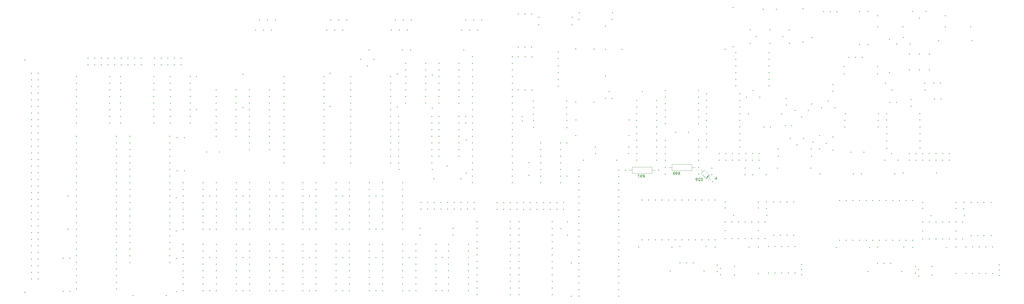
<source format=gbo>
%TF.GenerationSoftware,KiCad,Pcbnew,8.0.8+1*%
%TF.CreationDate,2025-02-09T17:16:15+01:00*%
%TF.ProjectId,Issue_5,49737375-655f-4352-9e6b-696361645f70,Issue 5*%
%TF.SameCoordinates,Original*%
%TF.FileFunction,Legend,Bot*%
%TF.FilePolarity,Positive*%
%FSLAX46Y46*%
G04 Gerber Fmt 4.6, Leading zero omitted, Abs format (unit mm)*
G04 Created by KiCad (PCBNEW 8.0.8+1) date 2025-02-09 17:16:15*
%MOMM*%
%LPD*%
G01*
G04 APERTURE LIST*
%ADD10C,0.150000*%
%ADD11C,0.120000*%
%ADD12C,0.350000*%
G04 APERTURE END LIST*
D10*
X284805285Y-159204819D02*
X284805285Y-158204819D01*
X284805285Y-158204819D02*
X284567190Y-158204819D01*
X284567190Y-158204819D02*
X284424333Y-158252438D01*
X284424333Y-158252438D02*
X284329095Y-158347676D01*
X284329095Y-158347676D02*
X284281476Y-158442914D01*
X284281476Y-158442914D02*
X284233857Y-158633390D01*
X284233857Y-158633390D02*
X284233857Y-158776247D01*
X284233857Y-158776247D02*
X284281476Y-158966723D01*
X284281476Y-158966723D02*
X284329095Y-159061961D01*
X284329095Y-159061961D02*
X284424333Y-159157200D01*
X284424333Y-159157200D02*
X284567190Y-159204819D01*
X284567190Y-159204819D02*
X284805285Y-159204819D01*
X283852904Y-158300057D02*
X283805285Y-158252438D01*
X283805285Y-158252438D02*
X283710047Y-158204819D01*
X283710047Y-158204819D02*
X283471952Y-158204819D01*
X283471952Y-158204819D02*
X283376714Y-158252438D01*
X283376714Y-158252438D02*
X283329095Y-158300057D01*
X283329095Y-158300057D02*
X283281476Y-158395295D01*
X283281476Y-158395295D02*
X283281476Y-158490533D01*
X283281476Y-158490533D02*
X283329095Y-158633390D01*
X283329095Y-158633390D02*
X283900523Y-159204819D01*
X283900523Y-159204819D02*
X283281476Y-159204819D01*
X282805285Y-159204819D02*
X282614809Y-159204819D01*
X282614809Y-159204819D02*
X282519571Y-159157200D01*
X282519571Y-159157200D02*
X282471952Y-159109580D01*
X282471952Y-159109580D02*
X282376714Y-158966723D01*
X282376714Y-158966723D02*
X282329095Y-158776247D01*
X282329095Y-158776247D02*
X282329095Y-158395295D01*
X282329095Y-158395295D02*
X282376714Y-158300057D01*
X282376714Y-158300057D02*
X282424333Y-158252438D01*
X282424333Y-158252438D02*
X282519571Y-158204819D01*
X282519571Y-158204819D02*
X282710047Y-158204819D01*
X282710047Y-158204819D02*
X282805285Y-158252438D01*
X282805285Y-158252438D02*
X282852904Y-158300057D01*
X282852904Y-158300057D02*
X282900523Y-158395295D01*
X282900523Y-158395295D02*
X282900523Y-158633390D01*
X282900523Y-158633390D02*
X282852904Y-158728628D01*
X282852904Y-158728628D02*
X282805285Y-158776247D01*
X282805285Y-158776247D02*
X282710047Y-158823866D01*
X282710047Y-158823866D02*
X282519571Y-158823866D01*
X282519571Y-158823866D02*
X282424333Y-158776247D01*
X282424333Y-158776247D02*
X282376714Y-158728628D01*
X282376714Y-158728628D02*
X282329095Y-158633390D01*
X289826179Y-158835516D02*
X290533285Y-158128409D01*
X289422117Y-158431455D02*
X290129224Y-158330439D01*
X290129224Y-157724348D02*
X290129224Y-158532470D01*
X262135857Y-157934819D02*
X262469190Y-157458628D01*
X262707285Y-157934819D02*
X262707285Y-156934819D01*
X262707285Y-156934819D02*
X262326333Y-156934819D01*
X262326333Y-156934819D02*
X262231095Y-156982438D01*
X262231095Y-156982438D02*
X262183476Y-157030057D01*
X262183476Y-157030057D02*
X262135857Y-157125295D01*
X262135857Y-157125295D02*
X262135857Y-157268152D01*
X262135857Y-157268152D02*
X262183476Y-157363390D01*
X262183476Y-157363390D02*
X262231095Y-157411009D01*
X262231095Y-157411009D02*
X262326333Y-157458628D01*
X262326333Y-157458628D02*
X262707285Y-157458628D01*
X261659666Y-157934819D02*
X261469190Y-157934819D01*
X261469190Y-157934819D02*
X261373952Y-157887200D01*
X261373952Y-157887200D02*
X261326333Y-157839580D01*
X261326333Y-157839580D02*
X261231095Y-157696723D01*
X261231095Y-157696723D02*
X261183476Y-157506247D01*
X261183476Y-157506247D02*
X261183476Y-157125295D01*
X261183476Y-157125295D02*
X261231095Y-157030057D01*
X261231095Y-157030057D02*
X261278714Y-156982438D01*
X261278714Y-156982438D02*
X261373952Y-156934819D01*
X261373952Y-156934819D02*
X261564428Y-156934819D01*
X261564428Y-156934819D02*
X261659666Y-156982438D01*
X261659666Y-156982438D02*
X261707285Y-157030057D01*
X261707285Y-157030057D02*
X261754904Y-157125295D01*
X261754904Y-157125295D02*
X261754904Y-157363390D01*
X261754904Y-157363390D02*
X261707285Y-157458628D01*
X261707285Y-157458628D02*
X261659666Y-157506247D01*
X261659666Y-157506247D02*
X261564428Y-157553866D01*
X261564428Y-157553866D02*
X261373952Y-157553866D01*
X261373952Y-157553866D02*
X261278714Y-157506247D01*
X261278714Y-157506247D02*
X261231095Y-157458628D01*
X261231095Y-157458628D02*
X261183476Y-157363390D01*
X260850142Y-156934819D02*
X260183476Y-156934819D01*
X260183476Y-156934819D02*
X260612047Y-157934819D01*
X275597857Y-156918819D02*
X275931190Y-156442628D01*
X276169285Y-156918819D02*
X276169285Y-155918819D01*
X276169285Y-155918819D02*
X275788333Y-155918819D01*
X275788333Y-155918819D02*
X275693095Y-155966438D01*
X275693095Y-155966438D02*
X275645476Y-156014057D01*
X275645476Y-156014057D02*
X275597857Y-156109295D01*
X275597857Y-156109295D02*
X275597857Y-156252152D01*
X275597857Y-156252152D02*
X275645476Y-156347390D01*
X275645476Y-156347390D02*
X275693095Y-156395009D01*
X275693095Y-156395009D02*
X275788333Y-156442628D01*
X275788333Y-156442628D02*
X276169285Y-156442628D01*
X275121666Y-156918819D02*
X274931190Y-156918819D01*
X274931190Y-156918819D02*
X274835952Y-156871200D01*
X274835952Y-156871200D02*
X274788333Y-156823580D01*
X274788333Y-156823580D02*
X274693095Y-156680723D01*
X274693095Y-156680723D02*
X274645476Y-156490247D01*
X274645476Y-156490247D02*
X274645476Y-156109295D01*
X274645476Y-156109295D02*
X274693095Y-156014057D01*
X274693095Y-156014057D02*
X274740714Y-155966438D01*
X274740714Y-155966438D02*
X274835952Y-155918819D01*
X274835952Y-155918819D02*
X275026428Y-155918819D01*
X275026428Y-155918819D02*
X275121666Y-155966438D01*
X275121666Y-155966438D02*
X275169285Y-156014057D01*
X275169285Y-156014057D02*
X275216904Y-156109295D01*
X275216904Y-156109295D02*
X275216904Y-156347390D01*
X275216904Y-156347390D02*
X275169285Y-156442628D01*
X275169285Y-156442628D02*
X275121666Y-156490247D01*
X275121666Y-156490247D02*
X275026428Y-156537866D01*
X275026428Y-156537866D02*
X274835952Y-156537866D01*
X274835952Y-156537866D02*
X274740714Y-156490247D01*
X274740714Y-156490247D02*
X274693095Y-156442628D01*
X274693095Y-156442628D02*
X274645476Y-156347390D01*
X274169285Y-156918819D02*
X273978809Y-156918819D01*
X273978809Y-156918819D02*
X273883571Y-156871200D01*
X273883571Y-156871200D02*
X273835952Y-156823580D01*
X273835952Y-156823580D02*
X273740714Y-156680723D01*
X273740714Y-156680723D02*
X273693095Y-156490247D01*
X273693095Y-156490247D02*
X273693095Y-156109295D01*
X273693095Y-156109295D02*
X273740714Y-156014057D01*
X273740714Y-156014057D02*
X273788333Y-155966438D01*
X273788333Y-155966438D02*
X273883571Y-155918819D01*
X273883571Y-155918819D02*
X274074047Y-155918819D01*
X274074047Y-155918819D02*
X274169285Y-155966438D01*
X274169285Y-155966438D02*
X274216904Y-156014057D01*
X274216904Y-156014057D02*
X274264523Y-156109295D01*
X274264523Y-156109295D02*
X274264523Y-156347390D01*
X274264523Y-156347390D02*
X274216904Y-156442628D01*
X274216904Y-156442628D02*
X274169285Y-156490247D01*
X274169285Y-156490247D02*
X274074047Y-156537866D01*
X274074047Y-156537866D02*
X273883571Y-156537866D01*
X273883571Y-156537866D02*
X273788333Y-156490247D01*
X273788333Y-156490247D02*
X273740714Y-156442628D01*
X273740714Y-156442628D02*
X273693095Y-156347390D01*
D11*
%TO.C,D29*%
X284220883Y-156362959D02*
X286540194Y-158682270D01*
X284871422Y-155712422D02*
X284037036Y-154878036D01*
X285521960Y-155061884D02*
X284220883Y-156362959D01*
X286048047Y-158190123D02*
X287349123Y-156889047D01*
X286132900Y-158274976D02*
X287433976Y-156973900D01*
X286217753Y-158359829D02*
X287518828Y-157058752D01*
X286540194Y-158682270D02*
X287841269Y-157381193D01*
X287190731Y-158031731D02*
X288025117Y-158866117D01*
X287841269Y-157381193D02*
X285521960Y-155061884D01*
%TO.C,R97*%
X257937000Y-154025600D02*
X257937000Y-156362400D01*
X257937000Y-155194000D02*
X256667000Y-155194000D01*
X257937000Y-156362400D02*
X265557000Y-156362400D01*
X265557000Y-154025600D02*
X257937000Y-154025600D01*
X265557000Y-155194000D02*
X266827000Y-155194000D01*
X265557000Y-156362400D02*
X265557000Y-154025600D01*
%TO.C,R99*%
X273165000Y-153006600D02*
X273165000Y-155343400D01*
X273165000Y-154175000D02*
X271895000Y-154175000D01*
X273165000Y-155343400D02*
X280785000Y-155343400D01*
X280785000Y-153006600D02*
X273165000Y-153006600D01*
X280785000Y-154175000D02*
X282055000Y-154175000D01*
X280785000Y-155343400D02*
X280785000Y-153006600D01*
%TD*%
D12*
X276225000Y-190683000D03*
X278765000Y-190683000D03*
X281305000Y-190683000D03*
X58420000Y-137160000D03*
X45720000Y-137160000D03*
X358902000Y-129286000D03*
X356402000Y-129286000D03*
X339217000Y-138684000D03*
X351917000Y-138684000D03*
X297585000Y-115310000D03*
X310285000Y-115310000D03*
X211455000Y-185039000D03*
X198755000Y-185039000D03*
X377571000Y-96092000D03*
X377571000Y-100283000D03*
X387223000Y-100283000D03*
X367825400Y-135991600D03*
X355125400Y-135991600D03*
X283337000Y-137414000D03*
X270637000Y-137414000D03*
X347980000Y-193929000D03*
X360934000Y-193929000D03*
X227457000Y-182499000D03*
X214757000Y-182499000D03*
X368935000Y-175006000D03*
X371475000Y-175006000D03*
X374015000Y-175006000D03*
X376555000Y-175006000D03*
X379095000Y-175006000D03*
X381635000Y-175006000D03*
X384175000Y-175006000D03*
X252095000Y-151384000D03*
X239395000Y-151384000D03*
X233045000Y-138938000D03*
X220345000Y-138938000D03*
X227457000Y-195199000D03*
X214757000Y-195199000D03*
X398145000Y-191453000D03*
X398145000Y-193453000D03*
X398145000Y-195453000D03*
X227457000Y-185039000D03*
X214757000Y-185039000D03*
X137287000Y-160020000D03*
X137287000Y-162560000D03*
X137287000Y-165100000D03*
X137287000Y-167640000D03*
X137287000Y-170180000D03*
X137287000Y-172720000D03*
X137287000Y-175260000D03*
X137287000Y-177800000D03*
X144907000Y-177800000D03*
X144907000Y-175260000D03*
X144907000Y-172720000D03*
X144907000Y-170180000D03*
X144907000Y-167640000D03*
X144907000Y-165100000D03*
X144907000Y-162560000D03*
X144907000Y-160020000D03*
X168783000Y-137160000D03*
X181483000Y-137160000D03*
X235077000Y-96647000D03*
X222377000Y-96647000D03*
X373166000Y-121793000D03*
X375666000Y-121793000D03*
X75311000Y-134620000D03*
X62611000Y-134620000D03*
X306197000Y-167386000D03*
X293497000Y-167386000D03*
X355168200Y-133553200D03*
X367868200Y-133553200D03*
X147447000Y-201295000D03*
X147447000Y-188595000D03*
X290449000Y-191516000D03*
X290449000Y-191516000D03*
X291719000Y-192786000D03*
X291719000Y-192786000D03*
X290449000Y-194056000D03*
X290449000Y-194056000D03*
X291719000Y-195199000D03*
X291719000Y-195199000D03*
X355219000Y-141224000D03*
X367919000Y-141224000D03*
X286385000Y-143764000D03*
X299085000Y-143764000D03*
X168783000Y-142240000D03*
X181483000Y-142240000D03*
X234950000Y-99568000D03*
X222250000Y-99568000D03*
X319659000Y-180086000D03*
X319659000Y-167386000D03*
X329565000Y-147066000D03*
X327025000Y-144526000D03*
X329565000Y-141986000D03*
X297585000Y-120390000D03*
X310285000Y-120390000D03*
X220218000Y-128651000D03*
X232918000Y-128651000D03*
X227457000Y-197739000D03*
X214757000Y-197739000D03*
X175387000Y-183515000D03*
X175387000Y-186055000D03*
X175387000Y-188595000D03*
X175387000Y-191135000D03*
X175387000Y-193675000D03*
X175387000Y-196215000D03*
X175387000Y-198755000D03*
X175387000Y-201295000D03*
X183007000Y-201295000D03*
X183007000Y-198755000D03*
X183007000Y-196215000D03*
X183007000Y-193675000D03*
X183007000Y-191135000D03*
X183007000Y-188595000D03*
X183007000Y-186055000D03*
X183007000Y-183515000D03*
X243967000Y-148844000D03*
X256667000Y-148844000D03*
X326136000Y-154432000D03*
X313436000Y-154432000D03*
X313817000Y-149860000D03*
X326517000Y-149860000D03*
X315087000Y-133705600D03*
X302387000Y-133705600D03*
X137287000Y-183515000D03*
X137287000Y-186055000D03*
X137287000Y-188595000D03*
X137287000Y-191135000D03*
X137287000Y-193675000D03*
X137287000Y-196215000D03*
X137287000Y-198755000D03*
X137287000Y-201295000D03*
X144907000Y-201295000D03*
X144907000Y-198755000D03*
X144907000Y-196215000D03*
X144907000Y-193675000D03*
X144907000Y-191135000D03*
X144907000Y-188595000D03*
X144907000Y-186055000D03*
X144907000Y-183515000D03*
X96647000Y-201295000D03*
X96647000Y-188595000D03*
X395097000Y-180213000D03*
X395097000Y-167513000D03*
X288417000Y-156972000D03*
X301117000Y-156972000D03*
X326567800Y-104444800D03*
X326567800Y-129844800D03*
X172847000Y-201295000D03*
X172847000Y-188595000D03*
X192913000Y-101600000D03*
X194437000Y-97790000D03*
X195961000Y-101600000D03*
X197485000Y-97790000D03*
X199009000Y-101600000D03*
X200533000Y-97790000D03*
X309245000Y-167335200D03*
X309245000Y-169875200D03*
X306197000Y-184650000D03*
X306197000Y-194810000D03*
X370205000Y-94488000D03*
X367665000Y-97028000D03*
X365125000Y-94488000D03*
X217043000Y-108077000D03*
X217043000Y-95377000D03*
X181610000Y-118745000D03*
X181610000Y-131445000D03*
X219583000Y-95377000D03*
X219583000Y-108077000D03*
X291211000Y-148844000D03*
X293751000Y-148844000D03*
X296291000Y-148844000D03*
X298831000Y-148844000D03*
X301371000Y-148844000D03*
X303911000Y-148844000D03*
X306451000Y-148844000D03*
X291211000Y-151384000D03*
X293751000Y-151384000D03*
X296291000Y-151384000D03*
X298831000Y-151384000D03*
X301371000Y-151384000D03*
X303911000Y-151384000D03*
X306451000Y-151384000D03*
X211455000Y-182499000D03*
X198755000Y-182499000D03*
X308269000Y-138684000D03*
X310769000Y-138684000D03*
X85725000Y-114845000D03*
X85725000Y-112305000D03*
X83185000Y-114845000D03*
X83185000Y-112305000D03*
X80645000Y-114845000D03*
X80645000Y-112305000D03*
X78105000Y-114845000D03*
X78105000Y-112305000D03*
X75565000Y-114845000D03*
X75565000Y-112305000D03*
X70485000Y-114845000D03*
X70485000Y-112305000D03*
X67945000Y-114845000D03*
X67945000Y-112305000D03*
X65405000Y-114845000D03*
X65405000Y-112305000D03*
X62865000Y-114845000D03*
X62865000Y-112305000D03*
X60325000Y-114845000D03*
X60325000Y-112305000D03*
X57785000Y-114845000D03*
X57785000Y-112305000D03*
X55245000Y-114845000D03*
X55245000Y-112305000D03*
X52705000Y-114845000D03*
X52705000Y-112305000D03*
X50165000Y-114845000D03*
X50165000Y-112305000D03*
X312039000Y-180086000D03*
X312039000Y-167386000D03*
X75184000Y-129540000D03*
X62484000Y-129540000D03*
X368935000Y-169799000D03*
X381635000Y-169799000D03*
X286385000Y-138684000D03*
X299085000Y-138684000D03*
X214757000Y-179959000D03*
X227457000Y-179959000D03*
X270637000Y-124714000D03*
X283337000Y-124714000D03*
X334645000Y-147574000D03*
X332105000Y-145034000D03*
X334645000Y-142494000D03*
X45720000Y-142240000D03*
X45720000Y-144780000D03*
X45720000Y-147320000D03*
X45720000Y-149860000D03*
X45720000Y-152400000D03*
X45720000Y-154940000D03*
X45720000Y-157480000D03*
X45720000Y-160020000D03*
X45720000Y-162560000D03*
X45720000Y-165100000D03*
X45720000Y-167640000D03*
X45720000Y-170180000D03*
X45720000Y-172720000D03*
X45720000Y-175260000D03*
X45720000Y-177800000D03*
X45720000Y-180340000D03*
X45720000Y-182880000D03*
X45720000Y-185420000D03*
X45720000Y-187960000D03*
X45720000Y-190500000D03*
X45720000Y-193040000D03*
X45720000Y-195580000D03*
X45720000Y-198120000D03*
X45720000Y-200660000D03*
X60960000Y-200660000D03*
X60960000Y-198120000D03*
X60960000Y-195580000D03*
X60960000Y-193040000D03*
X60960000Y-190500000D03*
X60960000Y-187960000D03*
X60960000Y-185420000D03*
X60960000Y-182880000D03*
X60960000Y-180340000D03*
X60960000Y-177800000D03*
X60960000Y-175260000D03*
X60960000Y-172720000D03*
X60960000Y-170180000D03*
X60960000Y-167640000D03*
X60960000Y-165100000D03*
X60960000Y-162560000D03*
X60960000Y-160020000D03*
X60960000Y-157480000D03*
X60960000Y-154940000D03*
X60960000Y-152400000D03*
X60960000Y-149860000D03*
X60960000Y-147320000D03*
X60960000Y-144780000D03*
X60960000Y-142240000D03*
X361467400Y-156311600D03*
X374167400Y-156311600D03*
X259715000Y-128524000D03*
X259715000Y-131064000D03*
X259715000Y-133604000D03*
X259715000Y-136144000D03*
X259715000Y-138684000D03*
X259715000Y-141224000D03*
X259715000Y-143764000D03*
X259715000Y-146304000D03*
X259715000Y-148844000D03*
X259715000Y-151384000D03*
X267335000Y-151384000D03*
X267335000Y-148844000D03*
X267335000Y-146304000D03*
X267335000Y-143764000D03*
X267335000Y-141224000D03*
X267335000Y-138684000D03*
X267335000Y-136144000D03*
X267335000Y-133604000D03*
X267335000Y-131064000D03*
X267335000Y-128524000D03*
X185420000Y-201295000D03*
X185420000Y-188595000D03*
X141351000Y-101600000D03*
X142875000Y-97790000D03*
X144399000Y-101600000D03*
X145923000Y-97790000D03*
X147447000Y-101600000D03*
X148971000Y-97790000D03*
X302641000Y-184658000D03*
X289687000Y-184658000D03*
X270637000Y-143764000D03*
X283337000Y-143764000D03*
X364490000Y-128207888D03*
X364490000Y-130707888D03*
X227457000Y-202819000D03*
X214757000Y-202819000D03*
X306197000Y-178308000D03*
X293497000Y-178308000D03*
X345567000Y-156591000D03*
X358267000Y-156591000D03*
X237744000Y-94996000D03*
X250444000Y-94996000D03*
X227457000Y-190119000D03*
X214757000Y-190119000D03*
X357149400Y-124561600D03*
X369849400Y-124561600D03*
X297585000Y-117850000D03*
X310285000Y-117850000D03*
X142621000Y-118110000D03*
X142621000Y-130810000D03*
X216027000Y-136398000D03*
X216027000Y-134698000D03*
X369697000Y-121920000D03*
X354697000Y-121920000D03*
X355219000Y-144018000D03*
X367919000Y-144018000D03*
X75184000Y-131953000D03*
X62484000Y-131953000D03*
X270637000Y-129674000D03*
X283337000Y-129674000D03*
X261874000Y-125095000D03*
X249174000Y-125095000D03*
X187325000Y-153543000D03*
X192532000Y-158496000D03*
X182245000Y-158496000D03*
X315087000Y-184404000D03*
X315087000Y-194564000D03*
X368935000Y-181483000D03*
X371475000Y-181483000D03*
X374015000Y-181483000D03*
X376555000Y-181483000D03*
X379095000Y-181483000D03*
X381635000Y-181483000D03*
X384175000Y-181483000D03*
X387731000Y-105664000D03*
X375031000Y-105664000D03*
X323215000Y-106045000D03*
X323215000Y-93472000D03*
X220218000Y-131191000D03*
X232918000Y-131191000D03*
X160147000Y-177800000D03*
X160147000Y-165100000D03*
X214503000Y-111760000D03*
X214503000Y-124460000D03*
X184150000Y-114300000D03*
X184150000Y-116840000D03*
X184150000Y-119380000D03*
X184150000Y-121920000D03*
X184150000Y-124460000D03*
X184150000Y-127000000D03*
X184150000Y-129540000D03*
X191770000Y-129540000D03*
X191770000Y-127000000D03*
X191770000Y-124460000D03*
X191770000Y-121920000D03*
X191770000Y-119380000D03*
X191770000Y-116840000D03*
X191770000Y-114300000D03*
X339217000Y-136144000D03*
X351917000Y-136144000D03*
X124968000Y-119380000D03*
X124968000Y-121920000D03*
X124968000Y-124460000D03*
X124968000Y-127000000D03*
X124968000Y-129540000D03*
X124968000Y-132080000D03*
X124968000Y-134620000D03*
X124968000Y-137160000D03*
X124968000Y-139700000D03*
X124968000Y-142240000D03*
X124968000Y-144780000D03*
X124968000Y-147320000D03*
X124968000Y-149860000D03*
X124968000Y-152400000D03*
X140208000Y-152400000D03*
X140208000Y-149860000D03*
X140208000Y-147320000D03*
X140208000Y-144780000D03*
X140208000Y-142240000D03*
X140208000Y-139700000D03*
X140208000Y-137160000D03*
X140208000Y-134620000D03*
X140208000Y-132080000D03*
X140208000Y-129540000D03*
X140208000Y-127000000D03*
X140208000Y-124460000D03*
X140208000Y-121920000D03*
X140208000Y-119380000D03*
X99187000Y-183515000D03*
X99187000Y-186055000D03*
X99187000Y-188595000D03*
X99187000Y-191135000D03*
X99187000Y-193675000D03*
X99187000Y-196215000D03*
X99187000Y-198755000D03*
X99187000Y-201295000D03*
X106807000Y-201295000D03*
X106807000Y-198755000D03*
X106807000Y-196215000D03*
X106807000Y-193675000D03*
X106807000Y-191135000D03*
X106807000Y-188595000D03*
X106807000Y-186055000D03*
X106807000Y-183515000D03*
X270637000Y-132214000D03*
X283337000Y-132214000D03*
X385445000Y-194691000D03*
X385445000Y-184531000D03*
X338963000Y-115570000D03*
X351663000Y-115570000D03*
X198755000Y-190119000D03*
X211455000Y-190119000D03*
X75311000Y-127000000D03*
X62611000Y-127000000D03*
X111887000Y-160020000D03*
X111887000Y-162560000D03*
X111887000Y-165100000D03*
X111887000Y-167640000D03*
X111887000Y-170180000D03*
X111887000Y-172720000D03*
X111887000Y-175260000D03*
X111887000Y-177800000D03*
X119507000Y-177800000D03*
X119507000Y-175260000D03*
X119507000Y-172720000D03*
X119507000Y-170180000D03*
X119507000Y-167640000D03*
X119507000Y-165100000D03*
X119507000Y-162560000D03*
X119507000Y-160020000D03*
X286385000Y-131064000D03*
X299085000Y-131064000D03*
X345821000Y-112014000D03*
X343281000Y-112014000D03*
X340741000Y-112014000D03*
X320167000Y-194564000D03*
X320167000Y-184404000D03*
X293497000Y-175006000D03*
X296037000Y-175006000D03*
X298577000Y-175006000D03*
X301117000Y-175006000D03*
X303657000Y-175006000D03*
X306197000Y-175006000D03*
X308737000Y-175006000D03*
X114173000Y-101600000D03*
X115697000Y-97790000D03*
X117221000Y-101600000D03*
X118745000Y-97790000D03*
X120269000Y-101600000D03*
X121793000Y-97790000D03*
X310261000Y-112770000D03*
X297561000Y-112770000D03*
X283337000Y-151384000D03*
X270637000Y-151384000D03*
X351703000Y-96092000D03*
X351703000Y-100283000D03*
X361355000Y-100283000D03*
X270637000Y-156718000D03*
X283337000Y-156718000D03*
X395605000Y-194691000D03*
X395605000Y-184531000D03*
X314579000Y-180086000D03*
X314579000Y-167386000D03*
X297053000Y-192024000D03*
X297053000Y-195326000D03*
X171450000Y-114300000D03*
X171450000Y-116840000D03*
X171450000Y-119380000D03*
X171450000Y-121920000D03*
X171450000Y-124460000D03*
X171450000Y-127000000D03*
X171450000Y-129540000D03*
X179070000Y-129540000D03*
X179070000Y-127000000D03*
X179070000Y-124460000D03*
X179070000Y-121920000D03*
X179070000Y-119380000D03*
X179070000Y-116840000D03*
X179070000Y-114300000D03*
X211455000Y-177419000D03*
X198755000Y-177419000D03*
X198755000Y-195199000D03*
X211455000Y-195199000D03*
X58420000Y-132080000D03*
X45720000Y-132080000D03*
X176911000Y-177419000D03*
X189611000Y-177419000D03*
X313715400Y-147015200D03*
X326415400Y-147015200D03*
X299085000Y-136144000D03*
X286385000Y-136144000D03*
X223012000Y-144780000D03*
X223012000Y-147320000D03*
X223012000Y-149860000D03*
X223012000Y-152400000D03*
X223012000Y-154940000D03*
X223012000Y-157480000D03*
X223012000Y-160020000D03*
X230632000Y-160020000D03*
X230632000Y-157480000D03*
X230632000Y-154940000D03*
X230632000Y-152400000D03*
X230632000Y-149860000D03*
X230632000Y-147320000D03*
X230632000Y-144780000D03*
X381635000Y-167513000D03*
X368935000Y-167513000D03*
X81534000Y-119380000D03*
X81534000Y-121920000D03*
X81534000Y-124460000D03*
X81534000Y-127000000D03*
X81534000Y-129540000D03*
X81534000Y-132080000D03*
X81534000Y-134620000D03*
X81534000Y-137160000D03*
X89154000Y-137160000D03*
X89154000Y-134620000D03*
X89154000Y-132080000D03*
X89154000Y-129540000D03*
X89154000Y-127000000D03*
X89154000Y-124460000D03*
X89154000Y-121920000D03*
X89154000Y-119380000D03*
X337185000Y-181991000D03*
X339725000Y-181991000D03*
X342265000Y-181991000D03*
X344805000Y-181991000D03*
X347345000Y-181991000D03*
X349885000Y-181991000D03*
X352425000Y-181991000D03*
X354965000Y-181991000D03*
X357505000Y-181991000D03*
X360045000Y-181991000D03*
X362585000Y-181991000D03*
X365125000Y-181991000D03*
X365125000Y-166751000D03*
X362585000Y-166751000D03*
X360045000Y-166751000D03*
X357505000Y-166751000D03*
X354965000Y-166751000D03*
X352425000Y-166751000D03*
X349885000Y-166751000D03*
X347345000Y-166751000D03*
X344805000Y-166751000D03*
X342265000Y-166751000D03*
X339725000Y-166751000D03*
X337185000Y-166751000D03*
X313055000Y-93585000D03*
X308055000Y-93585000D03*
X303102000Y-101459000D03*
X310595000Y-101459000D03*
X317961000Y-101459000D03*
X305388000Y-103999000D03*
X315548000Y-103999000D03*
X303055000Y-106666000D03*
X318055000Y-106666000D03*
X310555000Y-106666000D03*
X354457000Y-151384000D03*
X356997000Y-148844000D03*
X359537000Y-151384000D03*
X335915000Y-184785000D03*
X348615000Y-184785000D03*
X162687000Y-160020000D03*
X162687000Y-162560000D03*
X162687000Y-165100000D03*
X162687000Y-167640000D03*
X162687000Y-170180000D03*
X162687000Y-172720000D03*
X162687000Y-175260000D03*
X162687000Y-177800000D03*
X170307000Y-177800000D03*
X170307000Y-175260000D03*
X170307000Y-172720000D03*
X170307000Y-170180000D03*
X170307000Y-167640000D03*
X170307000Y-165100000D03*
X170307000Y-162560000D03*
X170307000Y-160020000D03*
X170180000Y-109220000D03*
X157480000Y-109220000D03*
X336169000Y-94570000D03*
X333629000Y-94570000D03*
X331089000Y-94570000D03*
X147447000Y-177800000D03*
X147447000Y-165100000D03*
X338963000Y-118364000D03*
X351663000Y-118364000D03*
X181483000Y-152400000D03*
X168783000Y-152400000D03*
X309372000Y-172466000D03*
X296672000Y-172466000D03*
X322707000Y-191262000D03*
X322707000Y-193262000D03*
X322707000Y-195262000D03*
X220218000Y-133731000D03*
X232918000Y-133731000D03*
X373420000Y-127889000D03*
X375920000Y-127889000D03*
X351663000Y-190810000D03*
X354203000Y-190810000D03*
X356743000Y-190810000D03*
X149987000Y-160020000D03*
X149987000Y-162560000D03*
X149987000Y-165100000D03*
X149987000Y-167640000D03*
X149987000Y-170180000D03*
X149987000Y-172720000D03*
X149987000Y-175260000D03*
X149987000Y-177800000D03*
X157607000Y-177800000D03*
X157607000Y-175260000D03*
X157607000Y-172720000D03*
X157607000Y-170180000D03*
X157607000Y-167640000D03*
X157607000Y-165100000D03*
X157607000Y-162560000D03*
X157607000Y-160020000D03*
X86487000Y-183515000D03*
X86487000Y-186055000D03*
X86487000Y-188595000D03*
X86487000Y-191135000D03*
X86487000Y-193675000D03*
X86487000Y-196215000D03*
X86487000Y-198755000D03*
X86487000Y-201295000D03*
X94107000Y-201295000D03*
X94107000Y-198755000D03*
X94107000Y-196215000D03*
X94107000Y-193675000D03*
X94107000Y-191135000D03*
X94107000Y-188595000D03*
X94107000Y-186055000D03*
X94107000Y-183515000D03*
X243459000Y-129159000D03*
X243459000Y-108839000D03*
X261747000Y-181864000D03*
X264287000Y-181864000D03*
X266827000Y-181864000D03*
X269367000Y-181864000D03*
X271907000Y-181864000D03*
X274447000Y-181864000D03*
X276987000Y-181864000D03*
X279527000Y-181864000D03*
X282067000Y-181864000D03*
X284607000Y-181864000D03*
X287147000Y-181864000D03*
X289687000Y-181864000D03*
X289687000Y-166624000D03*
X287147000Y-166624000D03*
X284607000Y-166624000D03*
X282067000Y-166624000D03*
X279527000Y-166624000D03*
X276987000Y-166624000D03*
X274447000Y-166624000D03*
X271907000Y-166624000D03*
X269367000Y-166624000D03*
X266827000Y-166624000D03*
X264287000Y-166624000D03*
X261747000Y-166624000D03*
X288417000Y-154432000D03*
X301117000Y-154432000D03*
X75311000Y-121920000D03*
X62611000Y-121920000D03*
X310007000Y-194564000D03*
X310007000Y-184404000D03*
X286385000Y-133604000D03*
X299085000Y-133604000D03*
X217144600Y-111810800D03*
X217144600Y-124510800D03*
X293497000Y-169672000D03*
X306197000Y-169672000D03*
X341503000Y-148336000D03*
X346503000Y-148336000D03*
X256717800Y-141986000D03*
X236397800Y-141986000D03*
X297585000Y-122930000D03*
X310285000Y-122930000D03*
X270637000Y-134874000D03*
X283337000Y-134874000D03*
X160147000Y-201295000D03*
X160147000Y-188595000D03*
X325247000Y-132334000D03*
X322707000Y-134874000D03*
X320167000Y-132334000D03*
X384683000Y-167487600D03*
X384683000Y-170027600D03*
X184150000Y-134620000D03*
X184150000Y-137160000D03*
X184150000Y-139700000D03*
X184150000Y-142240000D03*
X184150000Y-144780000D03*
X184150000Y-147320000D03*
X184150000Y-149860000D03*
X191770000Y-149860000D03*
X191770000Y-147320000D03*
X191770000Y-144780000D03*
X191770000Y-142240000D03*
X191770000Y-139700000D03*
X191770000Y-137160000D03*
X191770000Y-134620000D03*
X286385000Y-141224000D03*
X299085000Y-141224000D03*
X196977000Y-111760000D03*
X196977000Y-114300000D03*
X196977000Y-116840000D03*
X196977000Y-119380000D03*
X196977000Y-121920000D03*
X196977000Y-124460000D03*
X196977000Y-127000000D03*
X196977000Y-129540000D03*
X196977000Y-132080000D03*
X196977000Y-134620000D03*
X196977000Y-137160000D03*
X196977000Y-139700000D03*
X196977000Y-142240000D03*
X196977000Y-144780000D03*
X196977000Y-147320000D03*
X196977000Y-149860000D03*
X196977000Y-152400000D03*
X196977000Y-154940000D03*
X196977000Y-157480000D03*
X196977000Y-160020000D03*
X212217000Y-160020000D03*
X212217000Y-157480000D03*
X212217000Y-154940000D03*
X212217000Y-152400000D03*
X212217000Y-149860000D03*
X212217000Y-147320000D03*
X212217000Y-144780000D03*
X212217000Y-142240000D03*
X212217000Y-139700000D03*
X212217000Y-137160000D03*
X212217000Y-134620000D03*
X212217000Y-132080000D03*
X212217000Y-129540000D03*
X212217000Y-127000000D03*
X212217000Y-124460000D03*
X212217000Y-121920000D03*
X212217000Y-119380000D03*
X212217000Y-116840000D03*
X212217000Y-114300000D03*
X212217000Y-111760000D03*
X304070000Y-156925000D03*
X306610000Y-154385000D03*
X309150000Y-156925000D03*
X270637000Y-148844000D03*
X283337000Y-148844000D03*
X272479888Y-193802000D03*
X285433888Y-193802000D03*
X214757000Y-174879000D03*
X227457000Y-174879000D03*
X256667000Y-146304000D03*
X243967000Y-146304000D03*
X181610000Y-154940000D03*
X168910000Y-154940000D03*
X279527000Y-140716000D03*
X274647000Y-140716000D03*
X122047000Y-177800000D03*
X122047000Y-165100000D03*
X384810000Y-172593000D03*
X372110000Y-172593000D03*
X177292000Y-170120000D03*
X177292000Y-167580000D03*
X179832000Y-170120000D03*
X179832000Y-167580000D03*
X182372000Y-170120000D03*
X182372000Y-167580000D03*
X184912000Y-170120000D03*
X184912000Y-167580000D03*
X187452000Y-170120000D03*
X187452000Y-167580000D03*
X189992000Y-170120000D03*
X189992000Y-167580000D03*
X192532000Y-170120000D03*
X192532000Y-167580000D03*
X195072000Y-170120000D03*
X195072000Y-167580000D03*
X197612000Y-170120000D03*
X197612000Y-167580000D03*
X361696000Y-184531000D03*
X351696000Y-184531000D03*
X286225000Y-184404000D03*
X276225000Y-184404000D03*
X109347000Y-201295000D03*
X109347000Y-188595000D03*
X381635000Y-178435000D03*
X368935000Y-178435000D03*
X198755000Y-202819000D03*
X211455000Y-202819000D03*
X260477000Y-184658000D03*
X273177000Y-184658000D03*
X176911000Y-179959000D03*
X189611000Y-179959000D03*
X219633800Y-111810800D03*
X219633800Y-124510800D03*
X165989000Y-101600000D03*
X167513000Y-97790000D03*
X169037000Y-101600000D03*
X170561000Y-97790000D03*
X172085000Y-101600000D03*
X173609000Y-97790000D03*
X124587000Y-160020000D03*
X124587000Y-162560000D03*
X124587000Y-165100000D03*
X124587000Y-167640000D03*
X124587000Y-170180000D03*
X124587000Y-172720000D03*
X124587000Y-175260000D03*
X124587000Y-177800000D03*
X132207000Y-177800000D03*
X132207000Y-175260000D03*
X132207000Y-172720000D03*
X132207000Y-170180000D03*
X132207000Y-167640000D03*
X132207000Y-165100000D03*
X132207000Y-162560000D03*
X132207000Y-160020000D03*
X387985000Y-194691000D03*
X387985000Y-184531000D03*
X214757000Y-177546000D03*
X227457000Y-177546000D03*
X111887000Y-183515000D03*
X111887000Y-186055000D03*
X111887000Y-188595000D03*
X111887000Y-191135000D03*
X111887000Y-193675000D03*
X111887000Y-196215000D03*
X111887000Y-198755000D03*
X111887000Y-201295000D03*
X119507000Y-201295000D03*
X119507000Y-198755000D03*
X119507000Y-196215000D03*
X119507000Y-193675000D03*
X119507000Y-191135000D03*
X119507000Y-188595000D03*
X119507000Y-186055000D03*
X119507000Y-183515000D03*
X86487000Y-160020000D03*
X86487000Y-162560000D03*
X86487000Y-165100000D03*
X86487000Y-167640000D03*
X86487000Y-170180000D03*
X86487000Y-172720000D03*
X86487000Y-175260000D03*
X86487000Y-177800000D03*
X94107000Y-177800000D03*
X94107000Y-175260000D03*
X94107000Y-172720000D03*
X94107000Y-170180000D03*
X94107000Y-167640000D03*
X94107000Y-165100000D03*
X94107000Y-162560000D03*
X94107000Y-160020000D03*
X229743000Y-112522000D03*
X229743000Y-109982000D03*
X198755000Y-192659000D03*
X211455000Y-192659000D03*
X387477000Y-180213000D03*
X387477000Y-167513000D03*
X299085000Y-146354800D03*
X286385000Y-146354800D03*
X323469000Y-143002000D03*
X320929000Y-145542000D03*
X318389000Y-143002000D03*
X26035000Y-201940000D03*
X26035000Y-113040000D03*
X28575000Y-196850000D03*
X28575000Y-194310000D03*
X28575000Y-191770000D03*
X28575000Y-189230000D03*
X28575000Y-186690000D03*
X28575000Y-184150000D03*
X28575000Y-181610000D03*
X28575000Y-179070000D03*
X28575000Y-176530000D03*
X28575000Y-173990000D03*
X28575000Y-171450000D03*
X28575000Y-168910000D03*
X28575000Y-166370000D03*
X28575000Y-163830000D03*
X28575000Y-161290000D03*
X28575000Y-158750000D03*
X28575000Y-156210000D03*
X28575000Y-153670000D03*
X28575000Y-151130000D03*
X28575000Y-148590000D03*
X28575000Y-146050000D03*
X28575000Y-143510000D03*
X28575000Y-140970000D03*
X28575000Y-138430000D03*
X28575000Y-135890000D03*
X28575000Y-133350000D03*
X28575000Y-130810000D03*
X28575000Y-128270000D03*
X28575000Y-125730000D03*
X28575000Y-123190000D03*
X28575000Y-120650000D03*
X28575000Y-118110000D03*
X31115000Y-196850000D03*
X31115000Y-194310000D03*
X31115000Y-191770000D03*
X31115000Y-189230000D03*
X31115000Y-186690000D03*
X31115000Y-184150000D03*
X31115000Y-181610000D03*
X31115000Y-179070000D03*
X31115000Y-176530000D03*
X31115000Y-173990000D03*
X31115000Y-171450000D03*
X31115000Y-168910000D03*
X31115000Y-166370000D03*
X31115000Y-163830000D03*
X31115000Y-161290000D03*
X31115000Y-158750000D03*
X31115000Y-156210000D03*
X31115000Y-153670000D03*
X31115000Y-151130000D03*
X31115000Y-148590000D03*
X31115000Y-146050000D03*
X31115000Y-143510000D03*
X31115000Y-140970000D03*
X31115000Y-138430000D03*
X31115000Y-135890000D03*
X31115000Y-133350000D03*
X31115000Y-130810000D03*
X31115000Y-128270000D03*
X31115000Y-125730000D03*
X31115000Y-123190000D03*
X31115000Y-120650000D03*
X31115000Y-118110000D03*
X83820000Y-178435000D03*
X83820000Y-165735000D03*
X198755000Y-197739000D03*
X211455000Y-197739000D03*
X124587000Y-183515000D03*
X124587000Y-186055000D03*
X124587000Y-188595000D03*
X124587000Y-191135000D03*
X124587000Y-193675000D03*
X124587000Y-196215000D03*
X124587000Y-198755000D03*
X124587000Y-201295000D03*
X132207000Y-201295000D03*
X132207000Y-198755000D03*
X132207000Y-196215000D03*
X132207000Y-193675000D03*
X132207000Y-191135000D03*
X132207000Y-188595000D03*
X132207000Y-186055000D03*
X132207000Y-183515000D03*
X227457000Y-192659000D03*
X214757000Y-192659000D03*
X194310000Y-134620000D03*
X233045000Y-136144000D03*
X220345000Y-136144000D03*
X299085000Y-128524000D03*
X286385000Y-128524000D03*
X312547000Y-194564000D03*
X312547000Y-184404000D03*
X378079000Y-184785000D03*
X365125000Y-184785000D03*
X75311000Y-137160000D03*
X62611000Y-137160000D03*
X40640000Y-188849000D03*
X40640000Y-201549000D03*
X45720000Y-134620000D03*
X58420000Y-134620000D03*
X58420000Y-124460000D03*
X45720000Y-124460000D03*
X392303000Y-180213000D03*
X392303000Y-167513000D03*
X334645000Y-122428000D03*
X334645000Y-124968000D03*
X109347000Y-118491000D03*
X109347000Y-131191000D03*
X150495000Y-119380000D03*
X150495000Y-121920000D03*
X150495000Y-124460000D03*
X150495000Y-127000000D03*
X150495000Y-129540000D03*
X150495000Y-132080000D03*
X150495000Y-134620000D03*
X150495000Y-137160000D03*
X150495000Y-139700000D03*
X150495000Y-142240000D03*
X150495000Y-144780000D03*
X150495000Y-147320000D03*
X150495000Y-149860000D03*
X150495000Y-152400000D03*
X165735000Y-152400000D03*
X165735000Y-149860000D03*
X165735000Y-147320000D03*
X165735000Y-144780000D03*
X165735000Y-142240000D03*
X165735000Y-139700000D03*
X165735000Y-137160000D03*
X165735000Y-134620000D03*
X165735000Y-132080000D03*
X165735000Y-129540000D03*
X165735000Y-127000000D03*
X165735000Y-124460000D03*
X165735000Y-121920000D03*
X165735000Y-119380000D03*
X355219000Y-138684000D03*
X367919000Y-138684000D03*
X168275000Y-118364000D03*
X168275000Y-131064000D03*
X194437000Y-137160000D03*
X317119000Y-180086000D03*
X317119000Y-167386000D03*
X317627000Y-184404000D03*
X317627000Y-194564000D03*
X250297000Y-127787000D03*
X247757000Y-127787000D03*
X211455000Y-174879000D03*
X198755000Y-174879000D03*
X198755000Y-200279000D03*
X211455000Y-200279000D03*
X234696000Y-190754000D03*
X234696000Y-203454000D03*
X99187000Y-160020000D03*
X99187000Y-162560000D03*
X99187000Y-165100000D03*
X99187000Y-167640000D03*
X99187000Y-170180000D03*
X99187000Y-172720000D03*
X99187000Y-175260000D03*
X99187000Y-177800000D03*
X106807000Y-177800000D03*
X106807000Y-175260000D03*
X106807000Y-172720000D03*
X106807000Y-170180000D03*
X106807000Y-167640000D03*
X106807000Y-165100000D03*
X106807000Y-162560000D03*
X106807000Y-160020000D03*
X86995000Y-142748000D03*
X86995000Y-155448000D03*
X389890000Y-180213000D03*
X389890000Y-167513000D03*
X393065000Y-184531000D03*
X393065000Y-194691000D03*
X122047000Y-201295000D03*
X122047000Y-188595000D03*
X390525000Y-184531000D03*
X390525000Y-194691000D03*
X366141000Y-192024000D03*
X366141000Y-192024000D03*
X367411000Y-193294000D03*
X367411000Y-193294000D03*
X366141000Y-194564000D03*
X366141000Y-194564000D03*
X367411000Y-195707000D03*
X367411000Y-195707000D03*
X58420000Y-129540000D03*
X45720000Y-129540000D03*
X372491000Y-192024000D03*
X372491000Y-195326000D03*
X58420000Y-119380000D03*
X45720000Y-119380000D03*
X236397800Y-108813600D03*
X236397800Y-129133600D03*
X75311000Y-119380000D03*
X62611000Y-119380000D03*
X359029000Y-106934000D03*
X361569000Y-104394000D03*
X364109000Y-106934000D03*
X297585000Y-110230000D03*
X310285000Y-110230000D03*
X134747000Y-177800000D03*
X134747000Y-165100000D03*
X181483000Y-149860000D03*
X168783000Y-149860000D03*
X316397000Y-138176000D03*
X318897000Y-138176000D03*
X80010000Y-203200000D03*
X67310000Y-203200000D03*
X293497000Y-181356000D03*
X296037000Y-181356000D03*
X298577000Y-181356000D03*
X301117000Y-181356000D03*
X303657000Y-181356000D03*
X306197000Y-181356000D03*
X308737000Y-181356000D03*
X218567000Y-157153000D03*
X218567000Y-152273000D03*
X111760000Y-124460000D03*
X111760000Y-127000000D03*
X111760000Y-129540000D03*
X111760000Y-132080000D03*
X111760000Y-134620000D03*
X111760000Y-137160000D03*
X111760000Y-139700000D03*
X111760000Y-142240000D03*
X111760000Y-144780000D03*
X111760000Y-147320000D03*
X119380000Y-147320000D03*
X119380000Y-144780000D03*
X119380000Y-142240000D03*
X119380000Y-139700000D03*
X119380000Y-137160000D03*
X119380000Y-134620000D03*
X119380000Y-132080000D03*
X119380000Y-129540000D03*
X119380000Y-127000000D03*
X119380000Y-124460000D03*
X66167000Y-142240000D03*
X66167000Y-144780000D03*
X66167000Y-147320000D03*
X66167000Y-149860000D03*
X66167000Y-152400000D03*
X66167000Y-154940000D03*
X66167000Y-157480000D03*
X66167000Y-160020000D03*
X66167000Y-162560000D03*
X66167000Y-165100000D03*
X66167000Y-167640000D03*
X66167000Y-170180000D03*
X66167000Y-172720000D03*
X66167000Y-175260000D03*
X66167000Y-177800000D03*
X66167000Y-180340000D03*
X66167000Y-182880000D03*
X66167000Y-185420000D03*
X66167000Y-187960000D03*
X66167000Y-190500000D03*
X81407000Y-190500000D03*
X81407000Y-187960000D03*
X81407000Y-185420000D03*
X81407000Y-182880000D03*
X81407000Y-180340000D03*
X81407000Y-177800000D03*
X81407000Y-175260000D03*
X81407000Y-172720000D03*
X81407000Y-170180000D03*
X81407000Y-167640000D03*
X81407000Y-165100000D03*
X81407000Y-162560000D03*
X81407000Y-160020000D03*
X81407000Y-157480000D03*
X81407000Y-154940000D03*
X81407000Y-152400000D03*
X81407000Y-149860000D03*
X81407000Y-147320000D03*
X81407000Y-144780000D03*
X81407000Y-142240000D03*
X363855000Y-148844000D03*
X366395000Y-148844000D03*
X368935000Y-148844000D03*
X371475000Y-148844000D03*
X374015000Y-148844000D03*
X376555000Y-148844000D03*
X379095000Y-148844000D03*
X363855000Y-151384000D03*
X366395000Y-151384000D03*
X368935000Y-151384000D03*
X371475000Y-151384000D03*
X374015000Y-151384000D03*
X376555000Y-151384000D03*
X379095000Y-151384000D03*
X227457000Y-200279000D03*
X214757000Y-200279000D03*
X206375000Y-170180000D03*
X206375000Y-167640000D03*
X208915000Y-170180000D03*
X208915000Y-167640000D03*
X211455000Y-170180000D03*
X211455000Y-167640000D03*
X213995000Y-170180000D03*
X213995000Y-167640000D03*
X216535000Y-170180000D03*
X216535000Y-167640000D03*
X219075000Y-170180000D03*
X219075000Y-167640000D03*
X221615000Y-170180000D03*
X221615000Y-167640000D03*
X224155000Y-170180000D03*
X224155000Y-167640000D03*
X226695000Y-170180000D03*
X226695000Y-167640000D03*
X229235000Y-170180000D03*
X229235000Y-167640000D03*
X231775000Y-170180000D03*
X231775000Y-167640000D03*
X227457000Y-187579000D03*
X214757000Y-187579000D03*
X214503000Y-108077000D03*
X214503000Y-95377000D03*
X193675000Y-109220000D03*
X173355000Y-109220000D03*
X181483000Y-144780000D03*
X168783000Y-144780000D03*
X198755000Y-187579000D03*
X211455000Y-187579000D03*
X348107000Y-94488000D03*
X348107000Y-107188000D03*
X247777000Y-119126000D03*
X247777000Y-100076000D03*
X254127000Y-108966000D03*
X293497000Y-108966000D03*
X247777000Y-108966000D03*
X109347000Y-177800000D03*
X109347000Y-165100000D03*
X301625000Y-127254000D03*
X304165000Y-124714000D03*
X306705000Y-127254000D03*
X58420000Y-121920000D03*
X45720000Y-121920000D03*
X363855000Y-116840000D03*
X367665000Y-116840000D03*
X371475000Y-116840000D03*
X363855000Y-110744000D03*
X367665000Y-110744000D03*
X371475000Y-110744000D03*
X194564000Y-143637000D03*
X194564000Y-156337000D03*
X316865000Y-127762000D03*
X316865000Y-130262000D03*
X84201000Y-155448000D03*
X84201000Y-142748000D03*
X296545000Y-92964000D03*
X296545000Y-107950000D03*
X134747000Y-201295000D03*
X134747000Y-188595000D03*
X335407000Y-131318000D03*
X332867000Y-128778000D03*
X330327000Y-131318000D03*
X250317000Y-97536000D03*
X237617000Y-97536000D03*
X91567000Y-119380000D03*
X91567000Y-132080000D03*
X99060000Y-124460000D03*
X99060000Y-127000000D03*
X99060000Y-129540000D03*
X99060000Y-132080000D03*
X99060000Y-134620000D03*
X99060000Y-137160000D03*
X99060000Y-139700000D03*
X99060000Y-142240000D03*
X106680000Y-142240000D03*
X106680000Y-139700000D03*
X106680000Y-137160000D03*
X106680000Y-134620000D03*
X106680000Y-132080000D03*
X106680000Y-129540000D03*
X106680000Y-127000000D03*
X106680000Y-124460000D03*
X344805000Y-94488000D03*
X344805000Y-107061000D03*
X100330000Y-148209000D03*
X95450000Y-148209000D03*
X42545000Y-165100000D03*
X42545000Y-177800000D03*
X149987000Y-183515000D03*
X149987000Y-186055000D03*
X149987000Y-188595000D03*
X149987000Y-191135000D03*
X149987000Y-193675000D03*
X149987000Y-196215000D03*
X149987000Y-198755000D03*
X149987000Y-201295000D03*
X157607000Y-201295000D03*
X157607000Y-198755000D03*
X157607000Y-196215000D03*
X157607000Y-193675000D03*
X157607000Y-191135000D03*
X157607000Y-188595000D03*
X157607000Y-186055000D03*
X157607000Y-183515000D03*
X83947000Y-201676000D03*
X83947000Y-188976000D03*
X181483000Y-139700000D03*
X168783000Y-139700000D03*
X187833000Y-183515000D03*
X187833000Y-186055000D03*
X187833000Y-188595000D03*
X187833000Y-191135000D03*
X187833000Y-193675000D03*
X187833000Y-196215000D03*
X187833000Y-198755000D03*
X187833000Y-201295000D03*
X195453000Y-201295000D03*
X195453000Y-198755000D03*
X195453000Y-196215000D03*
X195453000Y-193675000D03*
X195453000Y-191135000D03*
X195453000Y-188595000D03*
X195453000Y-186055000D03*
X195453000Y-183515000D03*
X229743000Y-117856000D03*
X229743000Y-115316000D03*
X233045000Y-144780000D03*
X233045000Y-157480000D03*
X168783000Y-147320000D03*
X181483000Y-147320000D03*
X43180000Y-188849000D03*
X43180000Y-201549000D03*
X168783000Y-134620000D03*
X181483000Y-134620000D03*
X211455000Y-179959000D03*
X198755000Y-179959000D03*
X342392000Y-156591000D03*
X329692000Y-156591000D03*
X352044000Y-133604000D03*
X339344000Y-133604000D03*
X58420000Y-127000000D03*
X45720000Y-127000000D03*
X159385000Y-112776000D03*
X156845000Y-115316000D03*
X154305000Y-112776000D03*
X233299000Y-180086000D03*
X230759000Y-177546000D03*
X233299000Y-175006000D03*
X270637000Y-127254000D03*
X283337000Y-127254000D03*
X356235000Y-117856000D03*
X356235000Y-105156000D03*
X75311000Y-124460000D03*
X62611000Y-124460000D03*
X236474000Y-135947500D03*
X256794000Y-135947500D03*
X283337000Y-146304000D03*
X270637000Y-146304000D03*
X367919000Y-146812000D03*
X355219000Y-146812000D03*
X381635000Y-184531000D03*
X381635000Y-194691000D03*
X237617000Y-155194000D03*
X237617000Y-157734000D03*
X237617000Y-160274000D03*
X237617000Y-162814000D03*
X237617000Y-165354000D03*
X237617000Y-167894000D03*
X237617000Y-170434000D03*
X237617000Y-172974000D03*
X237617000Y-175514000D03*
X237617000Y-178054000D03*
X237617000Y-180594000D03*
X237617000Y-183134000D03*
X237617000Y-185674000D03*
X237617000Y-188214000D03*
X237617000Y-190754000D03*
X237617000Y-193294000D03*
X237617000Y-195834000D03*
X237617000Y-198374000D03*
X237617000Y-200914000D03*
X237617000Y-203454000D03*
X252857000Y-203454000D03*
X252857000Y-200914000D03*
X252857000Y-198374000D03*
X252857000Y-195834000D03*
X252857000Y-193294000D03*
X252857000Y-190754000D03*
X252857000Y-188214000D03*
X252857000Y-185674000D03*
X252857000Y-183134000D03*
X252857000Y-180594000D03*
X252857000Y-178054000D03*
X252857000Y-175514000D03*
X252857000Y-172974000D03*
X252857000Y-170434000D03*
X252857000Y-167894000D03*
X252857000Y-165354000D03*
X252857000Y-162814000D03*
X252857000Y-160274000D03*
X252857000Y-157734000D03*
X252857000Y-155194000D03*
X299085000Y-125984000D03*
X286385000Y-125984000D03*
X96647000Y-177800000D03*
X96647000Y-165100000D03*
X229743000Y-123063000D03*
X229743000Y-120523000D03*
X162687000Y-183515000D03*
X162687000Y-186055000D03*
X162687000Y-188595000D03*
X162687000Y-191135000D03*
X162687000Y-193675000D03*
X162687000Y-196215000D03*
X162687000Y-198755000D03*
X162687000Y-201295000D03*
X170307000Y-201295000D03*
X170307000Y-198755000D03*
X170307000Y-196215000D03*
X170307000Y-193675000D03*
X170307000Y-191135000D03*
X170307000Y-188595000D03*
X170307000Y-186055000D03*
X170307000Y-183515000D03*
X288725153Y-159566153D03*
X283337000Y-154178000D03*
X255397000Y-155194000D03*
X268097000Y-155194000D03*
X270625000Y-154175000D03*
X283325000Y-154175000D03*
M02*

</source>
